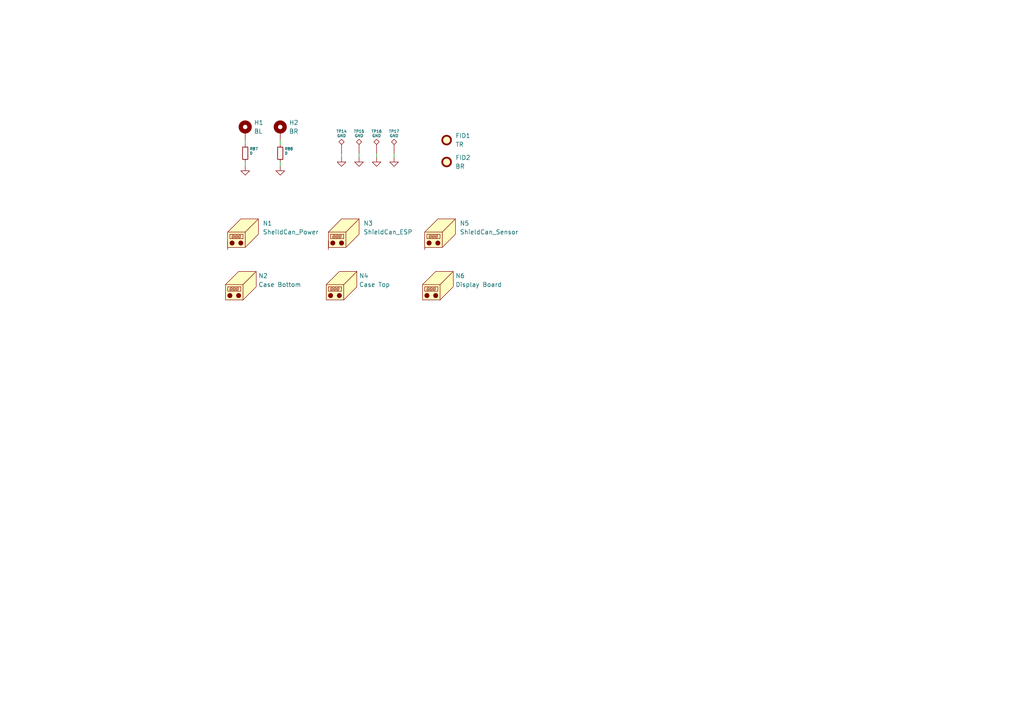
<source format=kicad_sch>
(kicad_sch (version 20211123) (generator eeschema)
  (paper "A4")
  (title_block (company "Frisius"))
  (lib_symbols
    (symbol "Connector:TestPoint_Alt" (pin_numbers hide) (pin_names (offset 0.762) hide)
      (property "Reference" "TP" (at 0 6.858 0))
      (property "Value" "TestPoint_Alt" (at 0 5.08 0))
      (symbol "TestPoint_Alt_0_1"
        (polyline (pts (xy 0 2.54) (xy -0.762 3.302) (xy 0 4.064) (xy 0.762 3.302) (xy 0 2.54)))
      )
      (symbol "TestPoint_Alt_1_1"
        (pin passive line (at 0 0 90) (length 2.54) (name "1") (number "1"))
      )
    )
    (symbol "Device:R_Small" (pin_numbers hide) (pin_names (offset 0.254) hide)
      (property "Reference" "R" (at 0.762 0.508 0))
      (property "Value" "R_Small" (at 0.762 -1.016 0))
      (symbol "R_Small_0_1"
        (rectangle (start -0.762 1.778) (end 0.762 -1.778) (stroke (width 0.2032)))
      )
      (symbol "R_Small_1_1"
        (pin passive line (at 0 2.54 270) (length 0.762) (name "~") (number "1"))
        (pin passive line (at 0 -2.54 90) (length 0.762) (name "~") (number "2"))
      )
    )
    (symbol "Mechanical:Fiducial"
      (property "Reference" "FID" (at 0 5.08 0))
      (property "Value" "Fiducial" (at 0 3.175 0))
      (symbol "Fiducial_0_1"
        (circle (center 0 0) (radius 1.27) (stroke (width 0.508)) (fill (type background)))
      )
    )
    (symbol "Mechanical:Housing" (pin_names (offset 1.016))
      (property "Reference" "N" (at 3.81 0 0))
      (property "Value" "Housing" (at 3.81 -1.905 0))
      (symbol "Housing_0_1"
        (rectangle (start -5.08 -0.635) (end -1.27 -1.905))
        (circle (center -4.445 -3.175) (radius 0.635) (fill (type outline)))
        (circle (center -1.905 -3.175) (radius 0.635) (fill (type outline)))
        (polyline (pts (xy -4.5212 -1.5748) (xy -4.4704 -1.3716)))
        (polyline (pts (xy -4.4196 -1.6764) (xy -4.064 -1.6764)))
        (polyline (pts (xy -4.4196 -1.2192) (xy -4.3688 -0.9652)))
        (polyline (pts (xy -4.318 -1.3208) (xy -4.0132 -1.3208)))
        (polyline (pts (xy -4.2164 -0.9144) (xy -3.9116 -0.9144)))
        (polyline (pts (xy -3.9116 -1.6256) (xy -3.8608 -1.3716)))
        (polyline (pts (xy -3.81 -1.2192) (xy -3.7592 -0.9652)))
        (polyline (pts (xy -3.6068 -1.5748) (xy -3.556 -1.3716)))
        (polyline (pts (xy -3.5052 -1.6764) (xy -3.1496 -1.6764)))
        (polyline (pts (xy -3.5052 -1.2192) (xy -3.4544 -0.9652)))
        (polyline (pts (xy -3.4036 -1.3208) (xy -3.0988 -1.3208)))
        (polyline (pts (xy -3.302 -0.9144) (xy -2.9972 -0.9144)))
        (polyline (pts (xy -2.9972 -1.6256) (xy -2.9464 -1.3716)))
        (polyline (pts (xy -2.8956 -1.2192) (xy -2.8448 -0.9652)))
        (polyline (pts (xy -2.6924 -1.5748) (xy -2.6416 -1.3716)))
        (polyline (pts (xy -2.5908 -1.6764) (xy -2.2352 -1.6764)))
        (polyline (pts (xy -2.5908 -1.2192) (xy -2.54 -0.9652)))
        (polyline (pts (xy -2.4892 -1.3208) (xy -2.1844 -1.3208)))
        (polyline (pts (xy -2.3876 -0.9144) (xy -2.0828 -0.9144)))
        (polyline (pts (xy -2.0828 -1.6256) (xy -2.032 -1.3716)))
        (polyline (pts (xy -1.9812 -1.2192) (xy -1.9304 -0.9652)))
        (polyline (pts (xy -0.635 0) (xy -0.635 -4.445)))
        (polyline (pts (xy -5.715 0) (xy -0.635 0) (xy 3.175 3.81)))
        (polyline (pts (xy -5.715 0) (xy -5.715 -4.445) (xy -0.635 -4.445) (xy 3.175 -0.635) (xy 3.175 3.81) (xy -1.905 3.81) (xy -5.715 0)) (fill (type background)))
      )
    )
    (symbol "Mechanical:Housing_Pad" (pin_numbers hide) (pin_names (offset 1.016) hide)
      (property "Reference" "N" (at 4.445 0 0))
      (property "Value" "Housing_Pad" (at 4.445 -1.905 0))
      (symbol "Housing_Pad_0_1"
        (rectangle (start -4.445 -0.635) (end -0.635 -1.905))
        (circle (center -3.81 -3.175) (radius 0.635) (fill (type outline)))
        (circle (center -1.27 -3.175) (radius 0.635) (fill (type outline)))
        (polyline (pts (xy -3.8862 -1.5748) (xy -3.8354 -1.3716)))
        (polyline (pts (xy -3.7846 -1.6764) (xy -3.429 -1.6764)))
        (polyline (pts (xy -3.7846 -1.2192) (xy -3.7338 -0.9652)))
        (polyline (pts (xy -3.683 -1.3208) (xy -3.3782 -1.3208)))
        (polyline (pts (xy -3.5814 -0.9144) (xy -3.2766 -0.9144)))
        (polyline (pts (xy -3.2766 -1.6256) (xy -3.2258 -1.3716)))
        (polyline (pts (xy -3.175 -1.2192) (xy -3.1242 -0.9652)))
        (polyline (pts (xy -2.9718 -1.5748) (xy -2.921 -1.3716)))
        (polyline (pts (xy -2.8702 -1.6764) (xy -2.5146 -1.6764)))
        (polyline (pts (xy -2.8702 -1.2192) (xy -2.8194 -0.9652)))
        (polyline (pts (xy -2.7686 -1.3208) (xy -2.4638 -1.3208)))
        (polyline (pts (xy -2.667 -0.9144) (xy -2.3622 -0.9144)))
        (polyline (pts (xy -2.3622 -1.6256) (xy -2.3114 -1.3716)))
        (polyline (pts (xy -2.2606 -1.2192) (xy -2.2098 -0.9652)))
        (polyline (pts (xy -2.0574 -1.5748) (xy -2.0066 -1.3716)))
        (polyline (pts (xy -1.9558 -1.6764) (xy -1.6002 -1.6764)))
        (polyline (pts (xy -1.9558 -1.2192) (xy -1.905 -0.9652)))
        (polyline (pts (xy -1.8542 -1.3208) (xy -1.5494 -1.3208)))
        (polyline (pts (xy -1.7526 -0.9144) (xy -1.4478 -0.9144)))
        (polyline (pts (xy -1.4478 -1.6256) (xy -1.397 -1.3716)))
        (polyline (pts (xy -1.3462 -1.2192) (xy -1.2954 -0.9652)))
        (polyline (pts (xy 0 0) (xy 0 -4.445)))
        (polyline (pts (xy -5.08 0) (xy 0 0) (xy 3.81 3.81)))
        (polyline (pts (xy -5.08 0) (xy -5.08 -4.445) (xy 0 -4.445) (xy 3.81 -0.635) (xy 3.81 3.81) (xy -1.27 3.81) (xy -5.08 0)) (fill (type background)))
      )
      (symbol "Housing_Pad_1_1"
        (pin input line (at -5.08 -5.08 90) (length 2.54) (name "PAD") (number "1"))
      )
    )
    (symbol "Mechanical:MountingHole_Pad" (pin_numbers hide) (pin_names (offset 1.016) hide)
      (property "Reference" "H" (at 0 6.35 0))
      (property "Value" "MountingHole_Pad" (at 0 4.445 0))
      (symbol "MountingHole_Pad_0_1"
        (circle (center 0 1.27) (radius 1.27) (stroke (width 1.27)))
      )
      (symbol "MountingHole_Pad_1_1"
        (pin input line (at 0 -2.54 90) (length 2.54) (name "1") (number "1"))
      )
    )
    (symbol "power:GND" (power) (pin_names (offset 0))
      (property "Value" "GND" (at 0 -3.81 0))
      (symbol "GND_0_1"
        (polyline (pts (xy 0 0) (xy 0 -1.27) (xy 1.27 -1.27) (xy 0 -2.54) (xy -1.27 -1.27) (xy 0 -1.27)))
      )
      (symbol "GND_1_1"
        (pin power_in line (at 0 0 270) (length 0) hide (name "GND") (number "1"))
      )
    )
  )
  (wire (pts (xy 104.14 45.72) (xy 104.14 44.45)))
  (wire (pts (xy 81.28 48.26) (xy 81.28 46.99)))
  (wire (pts (xy 99.06 45.72) (xy 99.06 44.45)))
  (wire (pts (xy 81.28 41.91) (xy 81.28 40.64)))
  (wire (pts (xy 114.3 45.72) (xy 114.3 44.45)))
  (wire (pts (xy 109.22 45.72) (xy 109.22 44.45)))
  (wire (pts (xy 71.12 41.91) (xy 71.12 40.64)))
  (wire (pts (xy 71.12 48.26) (xy 71.12 46.99)))
  (symbol (lib_id "power:GND") (at 104.14 45.72 0) (unit 1)
    (property "Reference" "#PWR074" (effects hide))
    (property "Value" "GND" (effects hide))
  )
  (symbol (lib_id "Mechanical:Housing") (at 128.27 82.55 0) (unit 1)
    (property "Reference" "N6" (at 132.08 80.01 0) (effects (justify left)))
    (property "Value" "Display Board" (at 132.08 82.55 0) (effects (justify left)))
  )
  (symbol (lib_id "Connector:TestPoint_Alt") (at 114.3 44.45 0) (unit 1)
    (property "Reference" "TP17" (at 114.3 38.1 0) (effects (font (size 0.8 0.8))))
    (property "Value" "GND" (at 114.3 39.37 0) (effects (font (size 0.8 0.8))))
    (property "Footprint" "TestPoint:TestPoint_Keystone_5015_Micro-Minature" (effects hide))
  )
  (symbol (lib_id "Device:R_Small") (at 81.28 44.45 180) (unit 1)
    (property "Reference" "R88" (at 82.55 43.18 0) (effects (font (size 0.8 0.8)) (justify right)))
    (property "Value" "0" (at 82.55 44.45 0) (effects (font (size 0.8 0.8)) (justify right)))
    (property "Footprint" "Resistor_SMD:R_0603_1608Metric" (effects hide))
  )
  (symbol (lib_id "Mechanical:Housing") (at 71.12 82.55 0) (unit 1)
    (property "Reference" "N2" (at 74.93 80.01 0) (effects (justify left)))
    (property "Value" "Case Bottom" (at 74.93 82.55 0) (effects (justify left)))
  )
  (symbol (lib_id "power:GND") (at 109.22 45.72 0) (unit 1)
    (property "Reference" "#PWR075" (effects hide))
    (property "Value" "GND" (effects hide))
  )
  (symbol (lib_id "power:GND") (at 99.06 45.72 0) (unit 1)
    (property "Reference" "#PWR073" (effects hide))
    (property "Value" "GND" (effects hide))
  )
  (symbol (lib_id "Mechanical:Fiducial") (at 129.54 40.64 0) (unit 1)
    (property "Reference" "FID1" (at 132.08 39.3699 0) (effects (justify left)))
    (property "Value" "TR" (at 132.08 41.9099 0) (effects (justify left)))
    (property "Footprint" "Fiducial:Fiducial_0.5mm_Mask1.5mm" (effects hide))
  )
  (symbol (lib_id "Mechanical:Housing_Pad") (at 128.27 67.31 0) (unit 1)
    (property "Reference" "N5" (at 133.35 64.77 0) (effects (justify left)))
    (property "Value" "ShieldCan_Sensor" (at 133.35 67.31 0) (effects (justify left)))
  )
  (symbol (lib_id "Mechanical:Housing") (at 100.33 82.55 0) (unit 1)
    (property "Reference" "N4" (at 104.14 80.01 0) (effects (justify left)))
    (property "Value" "Case Top" (at 104.14 82.55 0) (effects (justify left)))
  )
  (symbol (lib_id "Mechanical:Housing_Pad") (at 100.33 67.31 0) (unit 1)
    (property "Reference" "N3" (at 105.41 64.77 0) (effects (justify left)))
    (property "Value" "ShieldCan_ESP" (at 105.41 67.31 0) (effects (justify left)))
  )
  (symbol (lib_id "power:GND") (at 81.28 48.26 0) (unit 1)
    (property "Reference" "#PWR072" (effects hide))
    (property "Value" "GND" (effects hide))
  )
  (symbol (lib_id "Connector:TestPoint_Alt") (at 104.14 44.45 0) (unit 1)
    (property "Reference" "TP15" (at 104.14 38.1 0) (effects (font (size 0.8 0.8))))
    (property "Value" "GND" (at 104.14 39.37 0) (effects (font (size 0.8 0.8))))
    (property "Footprint" "TestPoint:TestPoint_Keystone_5015_Micro-Minature" (effects hide))
  )
  (symbol (lib_id "power:GND") (at 71.12 48.26 0) (unit 1)
    (property "Reference" "#PWR071" (effects hide))
    (property "Value" "GND" (effects hide))
  )
  (symbol (lib_id "Mechanical:Housing_Pad") (at 71.12 67.31 0) (unit 1)
    (property "Reference" "N1" (at 76.2 64.77 0) (effects (justify left)))
    (property "Value" "SheildCan_Power" (at 76.2 67.31 0) (effects (justify left)))
  )
  (symbol (lib_id "Mechanical:MountingHole_Pad") (at 81.28 38.1 0) (unit 1)
    (property "Reference" "H2" (at 83.82 35.5599 0) (effects (justify left)))
    (property "Value" "BR" (at 83.82 38.0999 0) (effects (justify left)))
    (property "Footprint" "MountingHole:MountingHole_2.5mm_Pad_Via" (effects hide))
  )
  (symbol (lib_id "Mechanical:MountingHole_Pad") (at 71.12 38.1 0) (unit 1)
    (property "Reference" "H1" (at 73.66 35.5599 0) (effects (justify left)))
    (property "Value" "BL" (at 73.66 38.0999 0) (effects (justify left)))
    (property "Footprint" "MountingHole:MountingHole_2.5mm_Pad_Via" (effects hide))
  )
  (symbol (lib_id "power:GND") (at 114.3 45.72 0) (unit 1)
    (property "Reference" "#PWR076" (effects hide))
    (property "Value" "GND" (effects hide))
  )
  (symbol (lib_id "Connector:TestPoint_Alt") (at 99.06 44.45 0) (unit 1)
    (property "Reference" "TP14" (at 99.06 38.1 0) (effects (font (size 0.8 0.8))))
    (property "Value" "GND" (at 99.06 39.37 0) (effects (font (size 0.8 0.8))))
    (property "Footprint" "TestPoint:TestPoint_Keystone_5015_Micro-Minature" (effects hide))
  )
  (symbol (lib_id "Device:R_Small") (at 71.12 44.45 180) (unit 1)
    (property "Reference" "R87" (at 72.39 43.18 0) (effects (font (size 0.8 0.8)) (justify right)))
    (property "Value" "0" (at 72.39 44.45 0) (effects (font (size 0.8 0.8)) (justify right)))
    (property "Footprint" "Resistor_SMD:R_0603_1608Metric" (effects hide))
  )
  (symbol (lib_id "Mechanical:Fiducial") (at 129.54 46.99 0) (unit 1)
    (property "Reference" "FID2" (at 132.08 45.7199 0) (effects (justify left)))
    (property "Value" "BR" (at 132.08 48.2599 0) (effects (justify left)))
    (property "Footprint" "Fiducial:Fiducial_0.5mm_Mask1.5mm" (effects hide))
  )
  (symbol (lib_id "Connector:TestPoint_Alt") (at 109.22 44.45 0) (unit 1)
    (property "Reference" "TP16" (at 109.22 38.1 0) (effects (font (size 0.8 0.8))))
    (property "Value" "GND" (at 109.22 39.37 0) (effects (font (size 0.8 0.8))))
    (property "Footprint" "TestPoint:TestPoint_Keystone_5015_Micro-Minature" (effects hide))
  )
)
</source>
